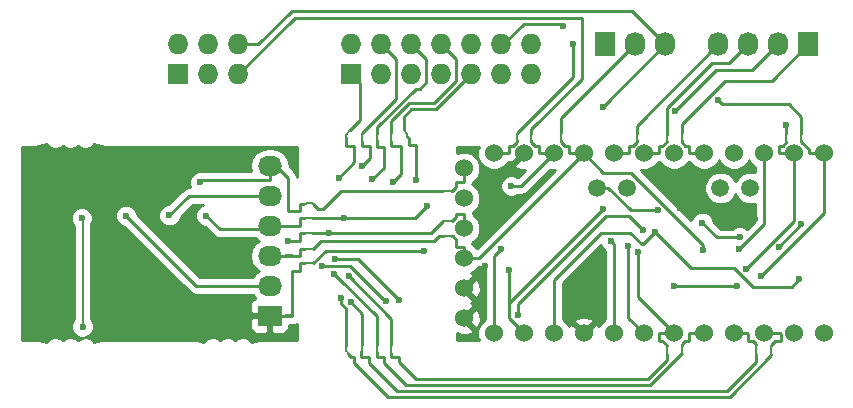
<source format=gbl>
G04 #@! TF.FileFunction,Copper,L2,Bot,Signal*
%FSLAX46Y46*%
G04 Gerber Fmt 4.6, Leading zero omitted, Abs format (unit mm)*
G04 Created by KiCad (PCBNEW 4.0.0-stable) date Wednesday, February 03, 2016 'PMt' 01:26:16 PM*
%MOMM*%
G01*
G04 APERTURE LIST*
%ADD10C,0.100000*%
%ADD11C,0.300000*%
%ADD12C,0.300000*%
%ADD13R,2.032000X1.727200*%
%ADD14O,2.032000X1.727200*%
%ADD15C,1.524000*%
%ADD16C,1.500000*%
%ADD17R,1.727200X1.727200*%
%ADD18O,1.727200X1.727200*%
%ADD19R,1.727200X2.032000*%
%ADD20O,1.727200X2.032000*%
%ADD21C,0.600000*%
%ADD22C,0.250000*%
%ADD23C,0.152400*%
%ADD24C,0.254000*%
G04 APERTURE END LIST*
D10*
D11*
X105650000Y-128650000D02*
X106150000Y-128650000D01*
X105650000Y-123600000D02*
X106150000Y-123600000D01*
D12*
X105650000Y-128650000D03*
X106150000Y-128650000D03*
X105650000Y-123600000D03*
X106150000Y-123600000D03*
D13*
X104250000Y-128650000D03*
D14*
X104250000Y-126110000D03*
X104250000Y-123570000D03*
X104250000Y-121030000D03*
X104250000Y-118490000D03*
X104250000Y-115950000D03*
D15*
X120689000Y-128864000D03*
X120689000Y-126324000D03*
X120689000Y-123784000D03*
X120689000Y-121244000D03*
X120689000Y-118704000D03*
X120689000Y-116164000D03*
X123229000Y-130134000D03*
X125769000Y-130134000D03*
X128309000Y-130134000D03*
X130849000Y-130134000D03*
X133389000Y-130134000D03*
X135929000Y-130134000D03*
X138469000Y-130134000D03*
X141009000Y-130134000D03*
X143549000Y-130134000D03*
X146089000Y-130134000D03*
X148629000Y-130134000D03*
X151169000Y-130134000D03*
X123229000Y-114894000D03*
X125769000Y-114894000D03*
X128309000Y-114894000D03*
X130849000Y-114894000D03*
X133389000Y-114894000D03*
X135929000Y-114894000D03*
X138469000Y-114894000D03*
X141009000Y-114894000D03*
X143549000Y-114894000D03*
X146089000Y-114894000D03*
X148629000Y-114894000D03*
X151169000Y-114894000D03*
D16*
X131992000Y-117815000D03*
X134532000Y-117815000D03*
X142406000Y-117815000D03*
X144946000Y-117815000D03*
D17*
X96500000Y-108200000D03*
D18*
X96500000Y-105660000D03*
X99040000Y-108200000D03*
X99040000Y-105660000D03*
X101580000Y-108200000D03*
X101580000Y-105660000D03*
D19*
X132650000Y-105650000D03*
D20*
X135190000Y-105650000D03*
X137730000Y-105650000D03*
D17*
X111150000Y-108200000D03*
D18*
X111150000Y-105660000D03*
X113690000Y-108200000D03*
X113690000Y-105660000D03*
X116230000Y-108200000D03*
X116230000Y-105660000D03*
X118770000Y-108200000D03*
X118770000Y-105660000D03*
X121310000Y-108200000D03*
X121310000Y-105660000D03*
X123850000Y-108200000D03*
X123850000Y-105660000D03*
X126390000Y-108200000D03*
X126390000Y-105660000D03*
D19*
X149850000Y-105650000D03*
D20*
X147310000Y-105650000D03*
X144770000Y-105650000D03*
X142230000Y-105650000D03*
D21*
X144026800Y-122012300D03*
X140878100Y-120761100D03*
X132440000Y-110940000D03*
X122500000Y-124400000D03*
X117300000Y-123150000D03*
X138950000Y-119500000D03*
X145300000Y-120450000D03*
X136900000Y-121550000D03*
X149100000Y-125550000D03*
X149250000Y-120850000D03*
X147350000Y-122800000D03*
X124667600Y-117663000D03*
X98387400Y-117355500D03*
X138450000Y-126150000D03*
X143850000Y-126150000D03*
X140954000Y-123082200D03*
X98912700Y-127350000D03*
X88324700Y-120375600D03*
X88400000Y-129550000D03*
X129900000Y-105650000D03*
X92075000Y-120159500D03*
X110550000Y-120400000D03*
X117600000Y-119350000D03*
X123850000Y-123000000D03*
X125250000Y-128550000D03*
X135850000Y-121400000D03*
X98872700Y-120160600D03*
X105800000Y-122300000D03*
X124500000Y-124750000D03*
X95761800Y-120135600D03*
X132474700Y-119584000D03*
X109250000Y-121650000D03*
X110100000Y-116950000D03*
X109750000Y-123800000D03*
X115200000Y-127300000D03*
X133178400Y-122349100D03*
X114100000Y-127400000D03*
X108650000Y-124450000D03*
X112050000Y-115950000D03*
X134617600Y-122744700D03*
X110950000Y-125300000D03*
X135425400Y-123241900D03*
X109700000Y-125100000D03*
X112950000Y-117100000D03*
X111100000Y-127500000D03*
X110250000Y-127100000D03*
X114650000Y-117350000D03*
X116650000Y-117150000D03*
X138600000Y-111300000D03*
X144020300Y-122970100D03*
X129050000Y-104100000D03*
X148000000Y-112500000D03*
X144551200Y-124657500D03*
X142200000Y-110400000D03*
X145812300Y-125267600D03*
X137104000Y-119727500D03*
D22*
X142129300Y-122012300D02*
X140878100Y-120761100D01*
X144026800Y-122012300D02*
X142129300Y-122012300D01*
X132440000Y-110940000D02*
X137730000Y-105650000D01*
X101580000Y-105660000D02*
X103240000Y-105660000D01*
X103240000Y-105660000D02*
X106100000Y-102800000D01*
X106100000Y-102800000D02*
X134880000Y-102800000D01*
X134880000Y-102800000D02*
X137730000Y-105650000D01*
X107950000Y-124200000D02*
X109000000Y-123150000D01*
X106150000Y-128650000D02*
X106150000Y-124850000D01*
X106850000Y-124200000D02*
X107200000Y-124200000D01*
X106800000Y-124250000D02*
X106850000Y-124200000D01*
X106800000Y-124850000D02*
X106800000Y-124250000D01*
X106150000Y-124850000D02*
X106800000Y-124850000D01*
D23*
X107950000Y-124200000D02*
X107200000Y-124200000D01*
D22*
X122500000Y-124400000D02*
X120689000Y-126211000D01*
X109000000Y-123150000D02*
X117300000Y-123150000D01*
X120689000Y-126324000D02*
X120689000Y-126211000D01*
X144350000Y-119500000D02*
X138950000Y-119500000D01*
X145300000Y-120450000D02*
X144350000Y-119500000D01*
X130650000Y-103400000D02*
X106380000Y-103400000D01*
X126400000Y-112850000D02*
X130650000Y-108600000D01*
X130650000Y-108600000D02*
X130650000Y-103400000D01*
D23*
X126400000Y-113250000D02*
X126400000Y-113800000D01*
D22*
X126750000Y-114250000D02*
X126400000Y-113900000D01*
X126400000Y-113900000D02*
X126400000Y-113800000D01*
X128309000Y-114894000D02*
X127056000Y-114894000D01*
X127050000Y-114888000D02*
X127050000Y-114250000D01*
X127056000Y-114894000D02*
X127050000Y-114888000D01*
X127050000Y-114250000D02*
X126750000Y-114250000D01*
X126400000Y-113250000D02*
X126400000Y-112850000D01*
X106380000Y-103400000D02*
X101580000Y-108200000D01*
X128309000Y-130134000D02*
X128309000Y-125591000D01*
X135850000Y-122600000D02*
X136900000Y-121550000D01*
X135750000Y-122600000D02*
X135850000Y-122600000D01*
X134750000Y-121600000D02*
X135750000Y-122600000D01*
X132300000Y-121600000D02*
X134750000Y-121600000D01*
X128309000Y-125591000D02*
X132300000Y-121600000D01*
X139950000Y-124600000D02*
X136900000Y-121550000D01*
X143550000Y-124600000D02*
X139950000Y-124600000D01*
X145150000Y-126200000D02*
X143550000Y-124600000D01*
X148450000Y-126200000D02*
X145150000Y-126200000D01*
X149100000Y-125550000D02*
X148450000Y-126200000D01*
X149250000Y-120900000D02*
X149250000Y-120850000D01*
X147350000Y-122800000D02*
X149250000Y-120900000D01*
X125540000Y-117663000D02*
X128309000Y-114894000D01*
X124667600Y-117663000D02*
X125540000Y-117663000D01*
X118900000Y-118100000D02*
X110300000Y-118100000D01*
D23*
X107150000Y-119150000D02*
X107300000Y-119150000D01*
D22*
X105800000Y-116950000D02*
X105800000Y-119750000D01*
X105800000Y-119750000D02*
X106800000Y-119750000D01*
X106800000Y-119750000D02*
X106800000Y-119150000D01*
X106800000Y-119150000D02*
X107150000Y-119150000D01*
X104800000Y-115950000D02*
X105800000Y-116950000D01*
D23*
X107800000Y-119100000D02*
X107900000Y-119200000D01*
X107350000Y-119100000D02*
X107800000Y-119100000D01*
X107300000Y-119150000D02*
X107350000Y-119100000D01*
D22*
X108300000Y-119600000D02*
X107900000Y-119200000D01*
X120689000Y-117289000D02*
X120689000Y-116164000D01*
X119700000Y-118100000D02*
X119600000Y-118100000D01*
X120050000Y-117750000D02*
X119700000Y-118100000D01*
X120050000Y-117300000D02*
X120050000Y-117750000D01*
X120678000Y-117300000D02*
X120050000Y-117300000D01*
X120689000Y-117289000D02*
X120678000Y-117300000D01*
D23*
X118900000Y-118100000D02*
X119600000Y-118100000D01*
D22*
X108800000Y-119600000D02*
X108300000Y-119600000D01*
X110300000Y-118100000D02*
X108800000Y-119600000D01*
X104250000Y-115950000D02*
X104800000Y-115950000D01*
X98604000Y-117138900D02*
X98387400Y-117355500D01*
X104250000Y-117138900D02*
X98604000Y-117138900D01*
X104250000Y-115950000D02*
X104250000Y-117138900D01*
X128950000Y-113200000D02*
X128950000Y-111890000D01*
X129600000Y-114250000D02*
X129250000Y-114250000D01*
X129644000Y-114894000D02*
X129600000Y-114850000D01*
X129600000Y-114850000D02*
X129600000Y-114250000D01*
X130849000Y-114894000D02*
X129644000Y-114894000D01*
X128950000Y-113950000D02*
X128950000Y-113800000D01*
X129250000Y-114250000D02*
X128950000Y-113950000D01*
D23*
X128950000Y-113200000D02*
X128950000Y-113800000D01*
D22*
X128950000Y-111890000D02*
X135190000Y-105650000D01*
X119000000Y-121900000D02*
X118550000Y-121900000D01*
X106150000Y-123600000D02*
X106800000Y-123600000D01*
X106800000Y-122950000D02*
X107200000Y-122950000D01*
X106800000Y-123600000D02*
X106800000Y-122950000D01*
D23*
X107950000Y-122950000D02*
X107200000Y-122950000D01*
D22*
X120689000Y-122811000D02*
X120689000Y-123784000D01*
X119750000Y-121900000D02*
X119600000Y-121900000D01*
X120050000Y-122200000D02*
X119750000Y-121900000D01*
X120050000Y-122800000D02*
X120050000Y-122200000D01*
X120678000Y-122800000D02*
X120050000Y-122800000D01*
X120689000Y-122811000D02*
X120678000Y-122800000D01*
D23*
X119000000Y-121900000D02*
X119600000Y-121900000D01*
D22*
X108600000Y-122300000D02*
X107950000Y-122950000D01*
X118150000Y-122300000D02*
X108600000Y-122300000D01*
X118550000Y-121900000D02*
X118150000Y-122300000D01*
X143850000Y-126150000D02*
X138450000Y-126150000D01*
X140954000Y-123082200D02*
X140954000Y-122631000D01*
X140954000Y-122631000D02*
X134846000Y-116523000D01*
X134846000Y-116523000D02*
X132478000Y-116523000D01*
X132478000Y-116523000D02*
X130849000Y-114894000D01*
X121959000Y-123784000D02*
X120689000Y-123784000D01*
X130849000Y-114894000D02*
X121959000Y-123784000D01*
X104250000Y-128650000D02*
X105650000Y-128650000D01*
X104250000Y-128650000D02*
X102908700Y-128650000D01*
X101608700Y-127350000D02*
X98912700Y-127350000D01*
X102908700Y-128650000D02*
X101608700Y-127350000D01*
D23*
X88400000Y-120450900D02*
X88400000Y-129550000D01*
X88400000Y-120450900D02*
X88324700Y-120375600D01*
D22*
X125150000Y-113250000D02*
X125150000Y-113150000D01*
X123229000Y-114894000D02*
X124494000Y-114894000D01*
X125150000Y-113950000D02*
X125150000Y-113800000D01*
X124850000Y-114250000D02*
X125150000Y-113950000D01*
X124500000Y-114250000D02*
X124850000Y-114250000D01*
X124500000Y-114888000D02*
X124500000Y-114250000D01*
X124494000Y-114894000D02*
X124500000Y-114888000D01*
D23*
X125150000Y-113250000D02*
X125150000Y-113800000D01*
D22*
X129900000Y-108400000D02*
X129900000Y-105650000D01*
X125150000Y-113150000D02*
X129900000Y-108400000D01*
X104250000Y-123570000D02*
X105620000Y-123570000D01*
X105620000Y-123570000D02*
X105650000Y-123600000D01*
X98025500Y-126110000D02*
X92075000Y-120159500D01*
X104250000Y-126110000D02*
X98025500Y-126110000D01*
X104250000Y-121030000D02*
X106780000Y-121030000D01*
X106800000Y-120400000D02*
X107250000Y-120400000D01*
X106800000Y-121010000D02*
X106800000Y-120400000D01*
X106780000Y-121030000D02*
X106800000Y-121010000D01*
D23*
X107850000Y-120400000D02*
X107250000Y-120400000D01*
D22*
X116550000Y-120400000D02*
X110550000Y-120400000D01*
X110550000Y-120400000D02*
X107850000Y-120400000D01*
X117600000Y-119350000D02*
X116550000Y-120400000D01*
X123850000Y-123000000D02*
X123229000Y-123621000D01*
X123229000Y-123621000D02*
X123229000Y-130134000D01*
X125250000Y-128550000D02*
X125300000Y-128500000D01*
X125300000Y-128500000D02*
X125300000Y-127650000D01*
X125300000Y-127650000D02*
X132750000Y-120200000D01*
X132750000Y-120200000D02*
X134650000Y-120200000D01*
X134650000Y-120200000D02*
X135850000Y-121400000D01*
X104250000Y-121030000D02*
X104250000Y-121327200D01*
X100039300Y-121327200D02*
X98872700Y-120160600D01*
X104250000Y-121327200D02*
X100039300Y-121327200D01*
X106800000Y-121650000D02*
X107200000Y-121650000D01*
X106800000Y-121700000D02*
X106800000Y-121650000D01*
X106800000Y-122300000D02*
X106800000Y-121700000D01*
X105800000Y-122300000D02*
X106800000Y-122300000D01*
X120689000Y-120011000D02*
X120689000Y-121244000D01*
X120678000Y-120000000D02*
X120050000Y-120000000D01*
X120689000Y-120011000D02*
X120678000Y-120000000D01*
X124497200Y-127561500D02*
X124497200Y-124697200D01*
X124497200Y-124697200D02*
X124500000Y-124750000D01*
X97407400Y-118490000D02*
X95761800Y-120135600D01*
X104250000Y-118490000D02*
X97407400Y-118490000D01*
X124497200Y-128862200D02*
X124497200Y-127561500D01*
X125769000Y-130134000D02*
X124497200Y-128862200D01*
X124497200Y-127561500D02*
X132474700Y-119584000D01*
X120050000Y-120250000D02*
X119700000Y-120600000D01*
X120050000Y-120000000D02*
X120050000Y-120250000D01*
D23*
X119650000Y-120600000D02*
X119600000Y-120650000D01*
X119600000Y-120650000D02*
X118900000Y-120650000D01*
X119700000Y-120600000D02*
X119650000Y-120600000D01*
D22*
X117900000Y-121650000D02*
X118900000Y-120650000D01*
X107800000Y-121650000D02*
X109250000Y-121650000D01*
X109250000Y-121650000D02*
X117900000Y-121650000D01*
D23*
X107850000Y-121650000D02*
X107800000Y-121650000D01*
X107800000Y-121650000D02*
X107200000Y-121650000D01*
D22*
X110100000Y-116950000D02*
X111400000Y-115650000D01*
X111400000Y-115650000D02*
X111400000Y-114300000D01*
X111050000Y-112950000D02*
X111900000Y-112100000D01*
D23*
X110700000Y-113300000D02*
X111050000Y-112950000D01*
D22*
X110700000Y-113500000D02*
X110700000Y-114300000D01*
X111400000Y-114300000D02*
X110700000Y-114300000D01*
D23*
X110700000Y-113500000D02*
X110700000Y-113300000D01*
D22*
X111900000Y-112100000D02*
X111900000Y-108950000D01*
X111900000Y-108950000D02*
X111150000Y-108200000D01*
X111700000Y-123800000D02*
X109750000Y-123800000D01*
X115200000Y-127300000D02*
X111700000Y-123800000D01*
X133389000Y-122559700D02*
X133178400Y-122349100D01*
X133389000Y-130134000D02*
X133389000Y-122559700D01*
X113000000Y-112250000D02*
X114950000Y-110300000D01*
X112050000Y-113200000D02*
X113000000Y-112250000D01*
D23*
X112050000Y-113250000D02*
X112050000Y-113350000D01*
D22*
X114100000Y-127400000D02*
X114000000Y-127400000D01*
X111050000Y-124450000D02*
X108650000Y-124450000D01*
X114000000Y-127400000D02*
X111050000Y-124450000D01*
X112050000Y-114250000D02*
X112050000Y-113850000D01*
X112700000Y-114250000D02*
X112050000Y-114250000D01*
X112700000Y-115300000D02*
X112700000Y-114250000D01*
X112050000Y-115950000D02*
X112700000Y-115300000D01*
D23*
X112050000Y-113350000D02*
X112050000Y-113850000D01*
D22*
X112050000Y-113250000D02*
X112050000Y-113200000D01*
X114950000Y-106920000D02*
X113690000Y-105660000D01*
X114950000Y-110300000D02*
X114950000Y-106920000D01*
X134617600Y-128822600D02*
X134617600Y-122744700D01*
X135929000Y-130134000D02*
X134617600Y-128822600D01*
X114550000Y-128900000D02*
X110950000Y-125300000D01*
X114550000Y-130700000D02*
X114550000Y-131100000D01*
X137850000Y-131850000D02*
X137850000Y-132400000D01*
X137200000Y-130750000D02*
X137500000Y-130750000D01*
X137216000Y-130134000D02*
X137200000Y-130150000D01*
X137200000Y-130150000D02*
X137200000Y-130750000D01*
X138469000Y-130134000D02*
X137216000Y-130134000D01*
X137850000Y-131100000D02*
X137850000Y-131200000D01*
X137500000Y-130750000D02*
X137850000Y-131100000D01*
D23*
X137850000Y-131850000D02*
X137850000Y-131200000D01*
D22*
X114550000Y-132100000D02*
X114550000Y-131800000D01*
X114600000Y-132150000D02*
X114550000Y-132100000D01*
X115200000Y-132150000D02*
X114600000Y-132150000D01*
X115200000Y-132550000D02*
X115200000Y-132150000D01*
X116650000Y-134000000D02*
X115200000Y-132550000D01*
X136250000Y-134000000D02*
X116650000Y-134000000D01*
X137850000Y-132400000D02*
X136250000Y-134000000D01*
D23*
X114550000Y-131100000D02*
X114550000Y-131800000D01*
D22*
X114550000Y-130700000D02*
X114550000Y-128900000D01*
X135425400Y-127090400D02*
X135425400Y-123241900D01*
X138469000Y-130134000D02*
X135425400Y-127090400D01*
X113300000Y-113250000D02*
X113300000Y-112700000D01*
X113900000Y-114350000D02*
X113300000Y-114350000D01*
X112950000Y-117100000D02*
X113900000Y-116150000D01*
X113900000Y-116150000D02*
X113900000Y-114350000D01*
X113300000Y-130700000D02*
X113300000Y-128700000D01*
D23*
X113300000Y-131100000D02*
X113300000Y-131700000D01*
D22*
X139100000Y-131850000D02*
X136450000Y-134500000D01*
X136450000Y-134500000D02*
X115750000Y-134500000D01*
X115750000Y-134500000D02*
X113900000Y-132650000D01*
X113900000Y-132650000D02*
X113900000Y-132150000D01*
X113900000Y-132150000D02*
X113300000Y-132150000D01*
X113300000Y-132150000D02*
X113300000Y-131700000D01*
D23*
X139150000Y-131850000D02*
X139150000Y-131200000D01*
D22*
X139766000Y-130134000D02*
X139750000Y-130150000D01*
X139750000Y-130150000D02*
X139750000Y-130750000D01*
X139750000Y-130750000D02*
X139400000Y-130750000D01*
X139400000Y-130750000D02*
X139150000Y-131000000D01*
X139150000Y-131000000D02*
X139150000Y-131200000D01*
X141009000Y-130134000D02*
X139766000Y-130134000D01*
X139150000Y-131850000D02*
X139100000Y-131850000D01*
X113300000Y-130700000D02*
X113300000Y-131100000D01*
X113300000Y-128700000D02*
X110200000Y-125600000D01*
X110200000Y-125600000D02*
X109700000Y-125100000D01*
X113300000Y-114350000D02*
X113300000Y-113800000D01*
D23*
X113300000Y-113250000D02*
X113300000Y-113800000D01*
D22*
X117500000Y-106930000D02*
X116230000Y-105660000D01*
X117500000Y-108850000D02*
X117500000Y-106930000D01*
X116950000Y-109400000D02*
X117500000Y-108850000D01*
X116600000Y-109400000D02*
X116950000Y-109400000D01*
X113300000Y-112700000D02*
X116600000Y-109400000D01*
X112050000Y-130750000D02*
X112050000Y-128450000D01*
X112050000Y-128450000D02*
X111100000Y-127500000D01*
X112050000Y-130700000D02*
X112050000Y-130750000D01*
X112050000Y-130750000D02*
X112050000Y-131150000D01*
D23*
X112000000Y-131650000D02*
X112050000Y-131600000D01*
X112050000Y-131600000D02*
X112050000Y-131150000D01*
D22*
X112650000Y-132150000D02*
X112000000Y-132150000D01*
X145450000Y-132550000D02*
X143000000Y-135000000D01*
X143000000Y-135000000D02*
X115050000Y-135000000D01*
X115050000Y-135000000D02*
X112650000Y-132600000D01*
X112650000Y-132600000D02*
X112650000Y-132150000D01*
D23*
X145450000Y-131850000D02*
X145450000Y-131150000D01*
D22*
X144684000Y-130134000D02*
X144750000Y-130200000D01*
X144750000Y-130200000D02*
X144750000Y-130750000D01*
X144750000Y-130750000D02*
X145150000Y-130750000D01*
X144684000Y-130134000D02*
X143549000Y-130134000D01*
X145150000Y-130750000D02*
X145450000Y-131050000D01*
X145450000Y-131050000D02*
X145450000Y-131150000D01*
X145450000Y-131850000D02*
X145450000Y-132550000D01*
X112000000Y-132150000D02*
X112000000Y-131750000D01*
D23*
X112000000Y-131750000D02*
X112000000Y-131650000D01*
D22*
X114550000Y-113200000D02*
X114550000Y-112150000D01*
X110700000Y-128050000D02*
X110250000Y-127600000D01*
X110250000Y-127600000D02*
X110250000Y-127100000D01*
X110700000Y-130750000D02*
X110700000Y-128050000D01*
X114550000Y-114250000D02*
X114550000Y-113850000D01*
X115400000Y-114250000D02*
X114550000Y-114250000D01*
X115400000Y-116600000D02*
X115400000Y-114250000D01*
X114650000Y-117350000D02*
X115400000Y-116600000D01*
D23*
X114550000Y-113200000D02*
X114550000Y-113850000D01*
D22*
X120000000Y-106890000D02*
X118770000Y-105660000D01*
X120000000Y-108800000D02*
X120000000Y-106890000D01*
X118150000Y-110650000D02*
X120000000Y-108800000D01*
X116050000Y-110650000D02*
X118150000Y-110650000D01*
X114550000Y-112150000D02*
X116050000Y-110650000D01*
X110700000Y-130700000D02*
X110700000Y-130750000D01*
X110700000Y-130750000D02*
X110700000Y-131200000D01*
D23*
X110850000Y-131750000D02*
X110700000Y-131600000D01*
X110700000Y-131600000D02*
X110700000Y-131200000D01*
D22*
X111400000Y-132150000D02*
X111150000Y-132150000D01*
X146700000Y-132000000D02*
X143200000Y-135500000D01*
X143200000Y-135500000D02*
X114250000Y-135500000D01*
X114250000Y-135500000D02*
X111400000Y-132650000D01*
X111400000Y-132650000D02*
X111400000Y-132150000D01*
D23*
X146700000Y-131850000D02*
X146700000Y-131150000D01*
D22*
X147484000Y-130134000D02*
X147500000Y-130150000D01*
X147500000Y-130150000D02*
X147500000Y-130750000D01*
X147500000Y-130750000D02*
X147050000Y-130750000D01*
X147484000Y-130134000D02*
X146089000Y-130134000D01*
X147050000Y-130750000D02*
X146700000Y-131100000D01*
X146700000Y-131100000D02*
X146700000Y-131150000D01*
X146700000Y-131850000D02*
X146700000Y-132000000D01*
X111150000Y-132150000D02*
X110850000Y-131850000D01*
D23*
X110850000Y-131850000D02*
X110850000Y-131750000D01*
D22*
X115600000Y-112950000D02*
X115600000Y-111800000D01*
D23*
X115900000Y-113250000D02*
X115600000Y-112950000D01*
D22*
X116650000Y-114150000D02*
X116000000Y-114150000D01*
X116650000Y-117150000D02*
X116650000Y-114150000D01*
X115900000Y-113500000D02*
X115900000Y-113400000D01*
X116000000Y-113600000D02*
X115900000Y-113500000D01*
X116000000Y-114150000D02*
X116000000Y-113600000D01*
D23*
X115900000Y-113400000D02*
X115900000Y-113250000D01*
D22*
X118360000Y-111150000D02*
X121310000Y-108200000D01*
X116250000Y-111150000D02*
X118360000Y-111150000D01*
X115600000Y-111800000D02*
X116250000Y-111150000D01*
D23*
X135350000Y-113250000D02*
X135350000Y-113800000D01*
D22*
X134644000Y-114894000D02*
X134650000Y-114888000D01*
X134650000Y-114888000D02*
X134650000Y-114250000D01*
X134650000Y-114250000D02*
X135000000Y-114250000D01*
X135000000Y-114250000D02*
X135350000Y-113900000D01*
X135350000Y-113900000D02*
X135350000Y-113800000D01*
X133389000Y-114894000D02*
X134644000Y-114894000D01*
X135350000Y-112550000D02*
X135350000Y-113250000D01*
X135350000Y-112550000D02*
X142230000Y-105670000D01*
X142230000Y-105650000D02*
X142230000Y-105670000D01*
D23*
X137900000Y-113850000D02*
X137900000Y-113300000D01*
D22*
X137244000Y-114894000D02*
X137250000Y-114888000D01*
X137250000Y-114888000D02*
X137250000Y-114300000D01*
X137250000Y-114300000D02*
X137500000Y-114300000D01*
X137500000Y-114300000D02*
X137900000Y-113900000D01*
X137900000Y-113900000D02*
X137900000Y-113850000D01*
X135929000Y-114894000D02*
X137244000Y-114894000D01*
X143150000Y-107250000D02*
X141700000Y-107250000D01*
X141700000Y-107250000D02*
X137900000Y-111050000D01*
X137900000Y-111050000D02*
X137900000Y-113300000D01*
X143150000Y-107250000D02*
X144750000Y-105650000D01*
X144770000Y-105650000D02*
X144750000Y-105650000D01*
X145110000Y-107850000D02*
X147310000Y-105650000D01*
X142050000Y-107850000D02*
X145110000Y-107850000D01*
X138600000Y-111300000D02*
X142050000Y-107850000D01*
X147310000Y-105650000D02*
X147300000Y-105650000D01*
D23*
X139150000Y-113800000D02*
X139150000Y-113200000D01*
D22*
X139756000Y-114894000D02*
X139750000Y-114888000D01*
X139750000Y-114888000D02*
X139750000Y-114250000D01*
X139750000Y-114250000D02*
X139450000Y-114250000D01*
X139450000Y-114250000D02*
X139150000Y-113950000D01*
X139150000Y-113950000D02*
X139150000Y-113800000D01*
X141009000Y-114894000D02*
X139756000Y-114894000D01*
X146750000Y-108750000D02*
X142800000Y-108750000D01*
X142800000Y-108750000D02*
X139150000Y-112400000D01*
X139150000Y-112400000D02*
X139150000Y-113200000D01*
X146750000Y-108750000D02*
X149850000Y-105650000D01*
X146089000Y-120901400D02*
X146089000Y-114894000D01*
X144020300Y-122970100D02*
X146089000Y-120901400D01*
D23*
X148000000Y-113250000D02*
X148000000Y-113850000D01*
D22*
X147356000Y-114894000D02*
X147350000Y-114888000D01*
X147350000Y-114888000D02*
X147350000Y-114250000D01*
X147350000Y-114250000D02*
X147700000Y-114250000D01*
X147700000Y-114250000D02*
X148000000Y-113950000D01*
X148000000Y-113950000D02*
X148000000Y-113850000D01*
X148629000Y-114894000D02*
X147356000Y-114894000D01*
X125750000Y-103900000D02*
X123990000Y-105660000D01*
X128850000Y-103900000D02*
X129050000Y-104100000D01*
X125750000Y-103900000D02*
X128850000Y-103900000D01*
X148000000Y-112500000D02*
X148000000Y-113250000D01*
X123850000Y-105660000D02*
X123990000Y-105660000D01*
X148629000Y-114894000D02*
X148629000Y-120579700D01*
X148629000Y-120579700D02*
X144551200Y-124657500D01*
X142900000Y-110750000D02*
X142550000Y-110750000D01*
X149250000Y-111800000D02*
X148200000Y-110750000D01*
X148200000Y-110750000D02*
X142900000Y-110750000D01*
D23*
X149250000Y-113250000D02*
X149250000Y-113800000D01*
D22*
X149906000Y-114894000D02*
X149900000Y-114888000D01*
X149900000Y-114888000D02*
X149900000Y-114550000D01*
X149900000Y-114550000D02*
X149250000Y-113900000D01*
X149250000Y-113900000D02*
X149250000Y-113800000D01*
X151169000Y-114894000D02*
X149906000Y-114894000D01*
X149250000Y-113250000D02*
X149250000Y-111800000D01*
X142550000Y-110750000D02*
X142200000Y-110400000D01*
X151169000Y-119910900D02*
X145812300Y-125267600D01*
X151169000Y-114894000D02*
X151169000Y-119910900D01*
X132910900Y-117815000D02*
X131992000Y-117815000D01*
X134823400Y-119727500D02*
X132910900Y-117815000D01*
X137104000Y-119727500D02*
X134823400Y-119727500D01*
D24*
G36*
X85528942Y-114373160D02*
X85885899Y-114521381D01*
X86272405Y-114521718D01*
X86629620Y-114374120D01*
X86714909Y-114288980D01*
X86798942Y-114373160D01*
X87155899Y-114521381D01*
X87542405Y-114521718D01*
X87899620Y-114374120D01*
X87984909Y-114288980D01*
X88068942Y-114373160D01*
X88425899Y-114521381D01*
X88812405Y-114521718D01*
X89169620Y-114374120D01*
X89413224Y-114130942D01*
X89478877Y-114158136D01*
X89628804Y-114220238D01*
X90011486Y-114296358D01*
X90081416Y-114296358D01*
X90150000Y-114310000D01*
X106540000Y-114310000D01*
X106540000Y-116849454D01*
X106502148Y-116659161D01*
X106337401Y-116412599D01*
X105923632Y-115998830D01*
X105933345Y-115950000D01*
X105819271Y-115376511D01*
X105494415Y-114890330D01*
X105008234Y-114565474D01*
X104434745Y-114451400D01*
X104065255Y-114451400D01*
X103491766Y-114565474D01*
X103005585Y-114890330D01*
X102680729Y-115376511D01*
X102566655Y-115950000D01*
X102651968Y-116378900D01*
X98604000Y-116378900D01*
X98394836Y-116420506D01*
X98202233Y-116420338D01*
X97858457Y-116562383D01*
X97595208Y-116825173D01*
X97452562Y-117168701D01*
X97452238Y-117540667D01*
X97530469Y-117730000D01*
X97407400Y-117730000D01*
X97116561Y-117787852D01*
X96869999Y-117952599D01*
X95622120Y-119200478D01*
X95576633Y-119200438D01*
X95232857Y-119342483D01*
X94969608Y-119605273D01*
X94826962Y-119948801D01*
X94826638Y-120320767D01*
X94968683Y-120664543D01*
X95231473Y-120927792D01*
X95575001Y-121070438D01*
X95946967Y-121070762D01*
X96290743Y-120928717D01*
X96553992Y-120665927D01*
X96696638Y-120322399D01*
X96696679Y-120275523D01*
X97722202Y-119250000D01*
X98628088Y-119250000D01*
X98343757Y-119367483D01*
X98080508Y-119630273D01*
X97937862Y-119973801D01*
X97937538Y-120345767D01*
X98079583Y-120689543D01*
X98342373Y-120952792D01*
X98685901Y-121095438D01*
X98732777Y-121095479D01*
X99501899Y-121864601D01*
X99748461Y-122029348D01*
X100039300Y-122087200D01*
X103003935Y-122087200D01*
X103005585Y-122089670D01*
X103320366Y-122300000D01*
X103005585Y-122510330D01*
X102680729Y-122996511D01*
X102566655Y-123570000D01*
X102680729Y-124143489D01*
X103005585Y-124629670D01*
X103320366Y-124840000D01*
X103005585Y-125050330D01*
X102805352Y-125350000D01*
X98340302Y-125350000D01*
X93010122Y-120019820D01*
X93010162Y-119974333D01*
X92868117Y-119630557D01*
X92605327Y-119367308D01*
X92261799Y-119224662D01*
X91889833Y-119224338D01*
X91546057Y-119366383D01*
X91282808Y-119629173D01*
X91140162Y-119972701D01*
X91139838Y-120344667D01*
X91281883Y-120688443D01*
X91544673Y-120951692D01*
X91888201Y-121094338D01*
X91935077Y-121094379D01*
X97488099Y-126647401D01*
X97734661Y-126812148D01*
X98025500Y-126870000D01*
X102805352Y-126870000D01*
X103005585Y-127169670D01*
X103027780Y-127184500D01*
X102874302Y-127248073D01*
X102695673Y-127426701D01*
X102599000Y-127660090D01*
X102599000Y-128364250D01*
X102757750Y-128523000D01*
X104123000Y-128523000D01*
X104123000Y-128503000D01*
X104377000Y-128503000D01*
X104377000Y-128523000D01*
X104397000Y-128523000D01*
X104397000Y-128777000D01*
X104377000Y-128777000D01*
X104377000Y-129989850D01*
X104535750Y-130148600D01*
X105392309Y-130148600D01*
X105625698Y-130051927D01*
X105804327Y-129873299D01*
X105901000Y-129639910D01*
X105901000Y-129435000D01*
X106149887Y-129435000D01*
X106305461Y-129435136D01*
X106540000Y-129338227D01*
X106540000Y-130690000D01*
X103500000Y-130690000D01*
X103431416Y-130703642D01*
X102978804Y-130779762D01*
X102906632Y-130809657D01*
X102762962Y-130869167D01*
X102521058Y-130626840D01*
X102164101Y-130478619D01*
X101777595Y-130478282D01*
X101420380Y-130625880D01*
X101335091Y-130711020D01*
X101251058Y-130626840D01*
X100894101Y-130478619D01*
X100507595Y-130478282D01*
X100150380Y-130625880D01*
X100065091Y-130711020D01*
X99981058Y-130626840D01*
X99624101Y-130478619D01*
X99237595Y-130478282D01*
X98880380Y-130625880D01*
X98636776Y-130869058D01*
X98493368Y-130809657D01*
X98421196Y-130779762D01*
X98038513Y-130703642D01*
X97968584Y-130703642D01*
X97900000Y-130690000D01*
X90150000Y-130690000D01*
X90081416Y-130703642D01*
X89628804Y-130779762D01*
X89556632Y-130809657D01*
X89412962Y-130869167D01*
X89171058Y-130626840D01*
X88814101Y-130478619D01*
X88601451Y-130478434D01*
X88928943Y-130343117D01*
X89192192Y-130080327D01*
X89334838Y-129736799D01*
X89335162Y-129364833D01*
X89193117Y-129021057D01*
X89111200Y-128938997D01*
X89111200Y-128935750D01*
X102599000Y-128935750D01*
X102599000Y-129639910D01*
X102695673Y-129873299D01*
X102874302Y-130051927D01*
X103107691Y-130148600D01*
X103964250Y-130148600D01*
X104123000Y-129989850D01*
X104123000Y-128777000D01*
X102757750Y-128777000D01*
X102599000Y-128935750D01*
X89111200Y-128935750D01*
X89111200Y-120911609D01*
X89116892Y-120905927D01*
X89259538Y-120562399D01*
X89259862Y-120190433D01*
X89117817Y-119846657D01*
X88855027Y-119583408D01*
X88511499Y-119440762D01*
X88139533Y-119440438D01*
X87795757Y-119582483D01*
X87532508Y-119845273D01*
X87389862Y-120188801D01*
X87389538Y-120560767D01*
X87531583Y-120904543D01*
X87688800Y-121062035D01*
X87688800Y-128938822D01*
X87607808Y-129019673D01*
X87465162Y-129363201D01*
X87464838Y-129735167D01*
X87606883Y-130078943D01*
X87869673Y-130342192D01*
X88213201Y-130484838D01*
X88411311Y-130485011D01*
X88070380Y-130625880D01*
X87985091Y-130711020D01*
X87901058Y-130626840D01*
X87544101Y-130478619D01*
X87157595Y-130478282D01*
X86800380Y-130625880D01*
X86715091Y-130711020D01*
X86631058Y-130626840D01*
X86274101Y-130478619D01*
X85887595Y-130478282D01*
X85530380Y-130625880D01*
X85286776Y-130869058D01*
X85143368Y-130809657D01*
X85071196Y-130779762D01*
X84688513Y-130703642D01*
X84618584Y-130703642D01*
X84550000Y-130690000D01*
X83260000Y-130690000D01*
X83260000Y-114310000D01*
X84550000Y-114310000D01*
X84618584Y-114296358D01*
X84688513Y-114296358D01*
X85071196Y-114220238D01*
X85146160Y-114189187D01*
X85287039Y-114130833D01*
X85528942Y-114373160D01*
X85528942Y-114373160D01*
G37*
X85528942Y-114373160D02*
X85885899Y-114521381D01*
X86272405Y-114521718D01*
X86629620Y-114374120D01*
X86714909Y-114288980D01*
X86798942Y-114373160D01*
X87155899Y-114521381D01*
X87542405Y-114521718D01*
X87899620Y-114374120D01*
X87984909Y-114288980D01*
X88068942Y-114373160D01*
X88425899Y-114521381D01*
X88812405Y-114521718D01*
X89169620Y-114374120D01*
X89413224Y-114130942D01*
X89478877Y-114158136D01*
X89628804Y-114220238D01*
X90011486Y-114296358D01*
X90081416Y-114296358D01*
X90150000Y-114310000D01*
X106540000Y-114310000D01*
X106540000Y-116849454D01*
X106502148Y-116659161D01*
X106337401Y-116412599D01*
X105923632Y-115998830D01*
X105933345Y-115950000D01*
X105819271Y-115376511D01*
X105494415Y-114890330D01*
X105008234Y-114565474D01*
X104434745Y-114451400D01*
X104065255Y-114451400D01*
X103491766Y-114565474D01*
X103005585Y-114890330D01*
X102680729Y-115376511D01*
X102566655Y-115950000D01*
X102651968Y-116378900D01*
X98604000Y-116378900D01*
X98394836Y-116420506D01*
X98202233Y-116420338D01*
X97858457Y-116562383D01*
X97595208Y-116825173D01*
X97452562Y-117168701D01*
X97452238Y-117540667D01*
X97530469Y-117730000D01*
X97407400Y-117730000D01*
X97116561Y-117787852D01*
X96869999Y-117952599D01*
X95622120Y-119200478D01*
X95576633Y-119200438D01*
X95232857Y-119342483D01*
X94969608Y-119605273D01*
X94826962Y-119948801D01*
X94826638Y-120320767D01*
X94968683Y-120664543D01*
X95231473Y-120927792D01*
X95575001Y-121070438D01*
X95946967Y-121070762D01*
X96290743Y-120928717D01*
X96553992Y-120665927D01*
X96696638Y-120322399D01*
X96696679Y-120275523D01*
X97722202Y-119250000D01*
X98628088Y-119250000D01*
X98343757Y-119367483D01*
X98080508Y-119630273D01*
X97937862Y-119973801D01*
X97937538Y-120345767D01*
X98079583Y-120689543D01*
X98342373Y-120952792D01*
X98685901Y-121095438D01*
X98732777Y-121095479D01*
X99501899Y-121864601D01*
X99748461Y-122029348D01*
X100039300Y-122087200D01*
X103003935Y-122087200D01*
X103005585Y-122089670D01*
X103320366Y-122300000D01*
X103005585Y-122510330D01*
X102680729Y-122996511D01*
X102566655Y-123570000D01*
X102680729Y-124143489D01*
X103005585Y-124629670D01*
X103320366Y-124840000D01*
X103005585Y-125050330D01*
X102805352Y-125350000D01*
X98340302Y-125350000D01*
X93010122Y-120019820D01*
X93010162Y-119974333D01*
X92868117Y-119630557D01*
X92605327Y-119367308D01*
X92261799Y-119224662D01*
X91889833Y-119224338D01*
X91546057Y-119366383D01*
X91282808Y-119629173D01*
X91140162Y-119972701D01*
X91139838Y-120344667D01*
X91281883Y-120688443D01*
X91544673Y-120951692D01*
X91888201Y-121094338D01*
X91935077Y-121094379D01*
X97488099Y-126647401D01*
X97734661Y-126812148D01*
X98025500Y-126870000D01*
X102805352Y-126870000D01*
X103005585Y-127169670D01*
X103027780Y-127184500D01*
X102874302Y-127248073D01*
X102695673Y-127426701D01*
X102599000Y-127660090D01*
X102599000Y-128364250D01*
X102757750Y-128523000D01*
X104123000Y-128523000D01*
X104123000Y-128503000D01*
X104377000Y-128503000D01*
X104377000Y-128523000D01*
X104397000Y-128523000D01*
X104397000Y-128777000D01*
X104377000Y-128777000D01*
X104377000Y-129989850D01*
X104535750Y-130148600D01*
X105392309Y-130148600D01*
X105625698Y-130051927D01*
X105804327Y-129873299D01*
X105901000Y-129639910D01*
X105901000Y-129435000D01*
X106149887Y-129435000D01*
X106305461Y-129435136D01*
X106540000Y-129338227D01*
X106540000Y-130690000D01*
X103500000Y-130690000D01*
X103431416Y-130703642D01*
X102978804Y-130779762D01*
X102906632Y-130809657D01*
X102762962Y-130869167D01*
X102521058Y-130626840D01*
X102164101Y-130478619D01*
X101777595Y-130478282D01*
X101420380Y-130625880D01*
X101335091Y-130711020D01*
X101251058Y-130626840D01*
X100894101Y-130478619D01*
X100507595Y-130478282D01*
X100150380Y-130625880D01*
X100065091Y-130711020D01*
X99981058Y-130626840D01*
X99624101Y-130478619D01*
X99237595Y-130478282D01*
X98880380Y-130625880D01*
X98636776Y-130869058D01*
X98493368Y-130809657D01*
X98421196Y-130779762D01*
X98038513Y-130703642D01*
X97968584Y-130703642D01*
X97900000Y-130690000D01*
X90150000Y-130690000D01*
X90081416Y-130703642D01*
X89628804Y-130779762D01*
X89556632Y-130809657D01*
X89412962Y-130869167D01*
X89171058Y-130626840D01*
X88814101Y-130478619D01*
X88601451Y-130478434D01*
X88928943Y-130343117D01*
X89192192Y-130080327D01*
X89334838Y-129736799D01*
X89335162Y-129364833D01*
X89193117Y-129021057D01*
X89111200Y-128938997D01*
X89111200Y-128935750D01*
X102599000Y-128935750D01*
X102599000Y-129639910D01*
X102695673Y-129873299D01*
X102874302Y-130051927D01*
X103107691Y-130148600D01*
X103964250Y-130148600D01*
X104123000Y-129989850D01*
X104123000Y-128777000D01*
X102757750Y-128777000D01*
X102599000Y-128935750D01*
X89111200Y-128935750D01*
X89111200Y-120911609D01*
X89116892Y-120905927D01*
X89259538Y-120562399D01*
X89259862Y-120190433D01*
X89117817Y-119846657D01*
X88855027Y-119583408D01*
X88511499Y-119440762D01*
X88139533Y-119440438D01*
X87795757Y-119582483D01*
X87532508Y-119845273D01*
X87389862Y-120188801D01*
X87389538Y-120560767D01*
X87531583Y-120904543D01*
X87688800Y-121062035D01*
X87688800Y-128938822D01*
X87607808Y-129019673D01*
X87465162Y-129363201D01*
X87464838Y-129735167D01*
X87606883Y-130078943D01*
X87869673Y-130342192D01*
X88213201Y-130484838D01*
X88411311Y-130485011D01*
X88070380Y-130625880D01*
X87985091Y-130711020D01*
X87901058Y-130626840D01*
X87544101Y-130478619D01*
X87157595Y-130478282D01*
X86800380Y-130625880D01*
X86715091Y-130711020D01*
X86631058Y-130626840D01*
X86274101Y-130478619D01*
X85887595Y-130478282D01*
X85530380Y-130625880D01*
X85286776Y-130869058D01*
X85143368Y-130809657D01*
X85071196Y-130779762D01*
X84688513Y-130703642D01*
X84618584Y-130703642D01*
X84550000Y-130690000D01*
X83260000Y-130690000D01*
X83260000Y-114310000D01*
X84550000Y-114310000D01*
X84618584Y-114296358D01*
X84688513Y-114296358D01*
X85071196Y-114220238D01*
X85146160Y-114189187D01*
X85287039Y-114130833D01*
X85528942Y-114373160D01*
G36*
X122469000Y-128936469D02*
X122438697Y-128948990D01*
X122045371Y-129341630D01*
X121832243Y-129854900D01*
X121831758Y-130410661D01*
X121947178Y-130690000D01*
X120110000Y-130690000D01*
X120110000Y-130140676D01*
X120481302Y-130273144D01*
X121036368Y-130245362D01*
X121420143Y-130086397D01*
X121489608Y-129844213D01*
X120689000Y-129043605D01*
X120674858Y-129057748D01*
X120495253Y-128878143D01*
X120509395Y-128864000D01*
X120868605Y-128864000D01*
X121669213Y-129664608D01*
X121911397Y-129595143D01*
X122098144Y-129071698D01*
X122070362Y-128516632D01*
X121911397Y-128132857D01*
X121669213Y-128063392D01*
X120868605Y-128864000D01*
X120509395Y-128864000D01*
X120495253Y-128849858D01*
X120674858Y-128670253D01*
X120689000Y-128684395D01*
X121489608Y-127883787D01*
X121420143Y-127641603D01*
X121296656Y-127597547D01*
X121420143Y-127546397D01*
X121489608Y-127304213D01*
X120689000Y-126503605D01*
X120674858Y-126517748D01*
X120495253Y-126338143D01*
X120509395Y-126324000D01*
X120868605Y-126324000D01*
X121669213Y-127124608D01*
X121911397Y-127055143D01*
X122098144Y-126531698D01*
X122070362Y-125976632D01*
X121911397Y-125592857D01*
X121669213Y-125523392D01*
X120868605Y-126324000D01*
X120509395Y-126324000D01*
X120495253Y-126309858D01*
X120674858Y-126130253D01*
X120689000Y-126144395D01*
X121489608Y-125343787D01*
X121420143Y-125101603D01*
X121279682Y-125051491D01*
X121479303Y-124969010D01*
X121872629Y-124576370D01*
X121886070Y-124544000D01*
X121959000Y-124544000D01*
X122249839Y-124486148D01*
X122469000Y-124339710D01*
X122469000Y-128936469D01*
X122469000Y-128936469D01*
G37*
X122469000Y-128936469D02*
X122438697Y-128948990D01*
X122045371Y-129341630D01*
X121832243Y-129854900D01*
X121831758Y-130410661D01*
X121947178Y-130690000D01*
X120110000Y-130690000D01*
X120110000Y-130140676D01*
X120481302Y-130273144D01*
X121036368Y-130245362D01*
X121420143Y-130086397D01*
X121489608Y-129844213D01*
X120689000Y-129043605D01*
X120674858Y-129057748D01*
X120495253Y-128878143D01*
X120509395Y-128864000D01*
X120868605Y-128864000D01*
X121669213Y-129664608D01*
X121911397Y-129595143D01*
X122098144Y-129071698D01*
X122070362Y-128516632D01*
X121911397Y-128132857D01*
X121669213Y-128063392D01*
X120868605Y-128864000D01*
X120509395Y-128864000D01*
X120495253Y-128849858D01*
X120674858Y-128670253D01*
X120689000Y-128684395D01*
X121489608Y-127883787D01*
X121420143Y-127641603D01*
X121296656Y-127597547D01*
X121420143Y-127546397D01*
X121489608Y-127304213D01*
X120689000Y-126503605D01*
X120674858Y-126517748D01*
X120495253Y-126338143D01*
X120509395Y-126324000D01*
X120868605Y-126324000D01*
X121669213Y-127124608D01*
X121911397Y-127055143D01*
X122098144Y-126531698D01*
X122070362Y-125976632D01*
X121911397Y-125592857D01*
X121669213Y-125523392D01*
X120868605Y-126324000D01*
X120509395Y-126324000D01*
X120495253Y-126309858D01*
X120674858Y-126130253D01*
X120689000Y-126144395D01*
X121489608Y-125343787D01*
X121420143Y-125101603D01*
X121279682Y-125051491D01*
X121479303Y-124969010D01*
X121872629Y-124576370D01*
X121886070Y-124544000D01*
X121959000Y-124544000D01*
X122249839Y-124486148D01*
X122469000Y-124339710D01*
X122469000Y-128936469D01*
G36*
X132385283Y-122878043D02*
X132629000Y-123122186D01*
X132629000Y-128936469D01*
X132598697Y-128948990D01*
X132205371Y-129341630D01*
X132125605Y-129533727D01*
X132071397Y-129402857D01*
X131829213Y-129333392D01*
X131028605Y-130134000D01*
X131042748Y-130148143D01*
X130863143Y-130327748D01*
X130849000Y-130313605D01*
X130834858Y-130327748D01*
X130655253Y-130148143D01*
X130669395Y-130134000D01*
X129868787Y-129333392D01*
X129626603Y-129402857D01*
X129576491Y-129543318D01*
X129494010Y-129343697D01*
X129304432Y-129153787D01*
X130048392Y-129153787D01*
X130849000Y-129954395D01*
X131649608Y-129153787D01*
X131580143Y-128911603D01*
X131056698Y-128724856D01*
X130501632Y-128752638D01*
X130117857Y-128911603D01*
X130048392Y-129153787D01*
X129304432Y-129153787D01*
X129101370Y-128950371D01*
X129069000Y-128936930D01*
X129069000Y-125905802D01*
X132300924Y-122673878D01*
X132385283Y-122878043D01*
X132385283Y-122878043D01*
G37*
X132385283Y-122878043D02*
X132629000Y-123122186D01*
X132629000Y-128936469D01*
X132598697Y-128948990D01*
X132205371Y-129341630D01*
X132125605Y-129533727D01*
X132071397Y-129402857D01*
X131829213Y-129333392D01*
X131028605Y-130134000D01*
X131042748Y-130148143D01*
X130863143Y-130327748D01*
X130849000Y-130313605D01*
X130834858Y-130327748D01*
X130655253Y-130148143D01*
X130669395Y-130134000D01*
X129868787Y-129333392D01*
X129626603Y-129402857D01*
X129576491Y-129543318D01*
X129494010Y-129343697D01*
X129304432Y-129153787D01*
X130048392Y-129153787D01*
X130849000Y-129954395D01*
X131649608Y-129153787D01*
X131580143Y-128911603D01*
X131056698Y-128724856D01*
X130501632Y-128752638D01*
X130117857Y-128911603D01*
X130048392Y-129153787D01*
X129304432Y-129153787D01*
X129101370Y-128950371D01*
X129069000Y-128936930D01*
X129069000Y-125905802D01*
X132300924Y-122673878D01*
X132385283Y-122878043D01*
G36*
X121832243Y-114614900D02*
X121831758Y-115170661D01*
X122043990Y-115684303D01*
X122436630Y-116077629D01*
X122949900Y-116290757D01*
X123505661Y-116291242D01*
X124019303Y-116079010D01*
X124412629Y-115686370D01*
X124426070Y-115654000D01*
X124494000Y-115654000D01*
X124584470Y-115636004D01*
X124788787Y-115694608D01*
X125589395Y-114894000D01*
X125575253Y-114879858D01*
X125754858Y-114700253D01*
X125769000Y-114714395D01*
X125783143Y-114700253D01*
X125962748Y-114879858D01*
X125948605Y-114894000D01*
X125962748Y-114908143D01*
X125783143Y-115087748D01*
X125769000Y-115073605D01*
X124968392Y-115874213D01*
X125037857Y-116116397D01*
X125561302Y-116303144D01*
X125838951Y-116289247D01*
X125227633Y-116900565D01*
X125197927Y-116870808D01*
X124854399Y-116728162D01*
X124482433Y-116727838D01*
X124138657Y-116869883D01*
X123875408Y-117132673D01*
X123732762Y-117476201D01*
X123732438Y-117848167D01*
X123874483Y-118191943D01*
X124137273Y-118455192D01*
X124480801Y-118597838D01*
X124852767Y-118598162D01*
X125196543Y-118456117D01*
X125229718Y-118423000D01*
X125540000Y-118423000D01*
X125830839Y-118365148D01*
X126077401Y-118200401D01*
X127999619Y-116278183D01*
X128029900Y-116290757D01*
X128377138Y-116291060D01*
X121774343Y-122893855D01*
X121481370Y-122600371D01*
X121400417Y-122566756D01*
X121391148Y-122520160D01*
X121362493Y-122477275D01*
X121479303Y-122429010D01*
X121872629Y-122036370D01*
X122085757Y-121523100D01*
X122086242Y-120967339D01*
X121874010Y-120453697D01*
X121481370Y-120060371D01*
X121449000Y-120046930D01*
X121449000Y-120011000D01*
X121434638Y-119938800D01*
X121428879Y-119909845D01*
X121479303Y-119889010D01*
X121872629Y-119496370D01*
X122085757Y-118983100D01*
X122086242Y-118427339D01*
X121874010Y-117913697D01*
X121481370Y-117520371D01*
X121408958Y-117490303D01*
X121433281Y-117368026D01*
X121479303Y-117349010D01*
X121872629Y-116956370D01*
X122085757Y-116443100D01*
X122086242Y-115887339D01*
X121874010Y-115373697D01*
X121481370Y-114980371D01*
X120968100Y-114767243D01*
X120412339Y-114766758D01*
X120110000Y-114891682D01*
X120110000Y-114310000D01*
X121958848Y-114310000D01*
X121832243Y-114614900D01*
X121832243Y-114614900D01*
G37*
X121832243Y-114614900D02*
X121831758Y-115170661D01*
X122043990Y-115684303D01*
X122436630Y-116077629D01*
X122949900Y-116290757D01*
X123505661Y-116291242D01*
X124019303Y-116079010D01*
X124412629Y-115686370D01*
X124426070Y-115654000D01*
X124494000Y-115654000D01*
X124584470Y-115636004D01*
X124788787Y-115694608D01*
X125589395Y-114894000D01*
X125575253Y-114879858D01*
X125754858Y-114700253D01*
X125769000Y-114714395D01*
X125783143Y-114700253D01*
X125962748Y-114879858D01*
X125948605Y-114894000D01*
X125962748Y-114908143D01*
X125783143Y-115087748D01*
X125769000Y-115073605D01*
X124968392Y-115874213D01*
X125037857Y-116116397D01*
X125561302Y-116303144D01*
X125838951Y-116289247D01*
X125227633Y-116900565D01*
X125197927Y-116870808D01*
X124854399Y-116728162D01*
X124482433Y-116727838D01*
X124138657Y-116869883D01*
X123875408Y-117132673D01*
X123732762Y-117476201D01*
X123732438Y-117848167D01*
X123874483Y-118191943D01*
X124137273Y-118455192D01*
X124480801Y-118597838D01*
X124852767Y-118598162D01*
X125196543Y-118456117D01*
X125229718Y-118423000D01*
X125540000Y-118423000D01*
X125830839Y-118365148D01*
X126077401Y-118200401D01*
X127999619Y-116278183D01*
X128029900Y-116290757D01*
X128377138Y-116291060D01*
X121774343Y-122893855D01*
X121481370Y-122600371D01*
X121400417Y-122566756D01*
X121391148Y-122520160D01*
X121362493Y-122477275D01*
X121479303Y-122429010D01*
X121872629Y-122036370D01*
X122085757Y-121523100D01*
X122086242Y-120967339D01*
X121874010Y-120453697D01*
X121481370Y-120060371D01*
X121449000Y-120046930D01*
X121449000Y-120011000D01*
X121434638Y-119938800D01*
X121428879Y-119909845D01*
X121479303Y-119889010D01*
X121872629Y-119496370D01*
X122085757Y-118983100D01*
X122086242Y-118427339D01*
X121874010Y-117913697D01*
X121481370Y-117520371D01*
X121408958Y-117490303D01*
X121433281Y-117368026D01*
X121479303Y-117349010D01*
X121872629Y-116956370D01*
X122085757Y-116443100D01*
X122086242Y-115887339D01*
X121874010Y-115373697D01*
X121481370Y-114980371D01*
X120968100Y-114767243D01*
X120412339Y-114766758D01*
X120110000Y-114891682D01*
X120110000Y-114310000D01*
X121958848Y-114310000D01*
X121832243Y-114614900D01*
G36*
X144903990Y-115684303D02*
X145296630Y-116077629D01*
X145329000Y-116091070D01*
X145329000Y-116474380D01*
X145222702Y-116430241D01*
X144671715Y-116429760D01*
X144162485Y-116640169D01*
X143772539Y-117029436D01*
X143676024Y-117261870D01*
X143580831Y-117031485D01*
X143191564Y-116641539D01*
X142682702Y-116430241D01*
X142131715Y-116429760D01*
X141622485Y-116640169D01*
X141232539Y-117029436D01*
X141021241Y-117538298D01*
X141020760Y-118089285D01*
X141231169Y-118598515D01*
X141620436Y-118988461D01*
X142129298Y-119199759D01*
X142680285Y-119200240D01*
X143189515Y-118989831D01*
X143579461Y-118600564D01*
X143675976Y-118368130D01*
X143771169Y-118598515D01*
X144160436Y-118988461D01*
X144669298Y-119199759D01*
X145220285Y-119200240D01*
X145329000Y-119155320D01*
X145329000Y-120586598D01*
X144626248Y-121289350D01*
X144557127Y-121220108D01*
X144213599Y-121077462D01*
X143841633Y-121077138D01*
X143497857Y-121219183D01*
X143464682Y-121252300D01*
X142444102Y-121252300D01*
X141813222Y-120621420D01*
X141813262Y-120575933D01*
X141671217Y-120232157D01*
X141408427Y-119968908D01*
X141064899Y-119826262D01*
X140692933Y-119825938D01*
X140349157Y-119967983D01*
X140085908Y-120230773D01*
X139951724Y-120553922D01*
X135688593Y-116290791D01*
X136205661Y-116291242D01*
X136719303Y-116079010D01*
X137112629Y-115686370D01*
X137126070Y-115654000D01*
X137244000Y-115654000D01*
X137269383Y-115648951D01*
X137283990Y-115684303D01*
X137676630Y-116077629D01*
X138189900Y-116290757D01*
X138745661Y-116291242D01*
X139259303Y-116079010D01*
X139652629Y-115686370D01*
X139672931Y-115637477D01*
X139756000Y-115654000D01*
X139811469Y-115654000D01*
X139823990Y-115684303D01*
X140216630Y-116077629D01*
X140729900Y-116290757D01*
X141285661Y-116291242D01*
X141799303Y-116079010D01*
X142192629Y-115686370D01*
X142278949Y-115478488D01*
X142363990Y-115684303D01*
X142756630Y-116077629D01*
X143269900Y-116290757D01*
X143825661Y-116291242D01*
X144339303Y-116079010D01*
X144732629Y-115686370D01*
X144818949Y-115478488D01*
X144903990Y-115684303D01*
X144903990Y-115684303D01*
G37*
X144903990Y-115684303D02*
X145296630Y-116077629D01*
X145329000Y-116091070D01*
X145329000Y-116474380D01*
X145222702Y-116430241D01*
X144671715Y-116429760D01*
X144162485Y-116640169D01*
X143772539Y-117029436D01*
X143676024Y-117261870D01*
X143580831Y-117031485D01*
X143191564Y-116641539D01*
X142682702Y-116430241D01*
X142131715Y-116429760D01*
X141622485Y-116640169D01*
X141232539Y-117029436D01*
X141021241Y-117538298D01*
X141020760Y-118089285D01*
X141231169Y-118598515D01*
X141620436Y-118988461D01*
X142129298Y-119199759D01*
X142680285Y-119200240D01*
X143189515Y-118989831D01*
X143579461Y-118600564D01*
X143675976Y-118368130D01*
X143771169Y-118598515D01*
X144160436Y-118988461D01*
X144669298Y-119199759D01*
X145220285Y-119200240D01*
X145329000Y-119155320D01*
X145329000Y-120586598D01*
X144626248Y-121289350D01*
X144557127Y-121220108D01*
X144213599Y-121077462D01*
X143841633Y-121077138D01*
X143497857Y-121219183D01*
X143464682Y-121252300D01*
X142444102Y-121252300D01*
X141813222Y-120621420D01*
X141813262Y-120575933D01*
X141671217Y-120232157D01*
X141408427Y-119968908D01*
X141064899Y-119826262D01*
X140692933Y-119825938D01*
X140349157Y-119967983D01*
X140085908Y-120230773D01*
X139951724Y-120553922D01*
X135688593Y-116290791D01*
X136205661Y-116291242D01*
X136719303Y-116079010D01*
X137112629Y-115686370D01*
X137126070Y-115654000D01*
X137244000Y-115654000D01*
X137269383Y-115648951D01*
X137283990Y-115684303D01*
X137676630Y-116077629D01*
X138189900Y-116290757D01*
X138745661Y-116291242D01*
X139259303Y-116079010D01*
X139652629Y-115686370D01*
X139672931Y-115637477D01*
X139756000Y-115654000D01*
X139811469Y-115654000D01*
X139823990Y-115684303D01*
X140216630Y-116077629D01*
X140729900Y-116290757D01*
X141285661Y-116291242D01*
X141799303Y-116079010D01*
X142192629Y-115686370D01*
X142278949Y-115478488D01*
X142363990Y-115684303D01*
X142756630Y-116077629D01*
X143269900Y-116290757D01*
X143825661Y-116291242D01*
X144339303Y-116079010D01*
X144732629Y-115686370D01*
X144818949Y-115478488D01*
X144903990Y-115684303D01*
M02*

</source>
